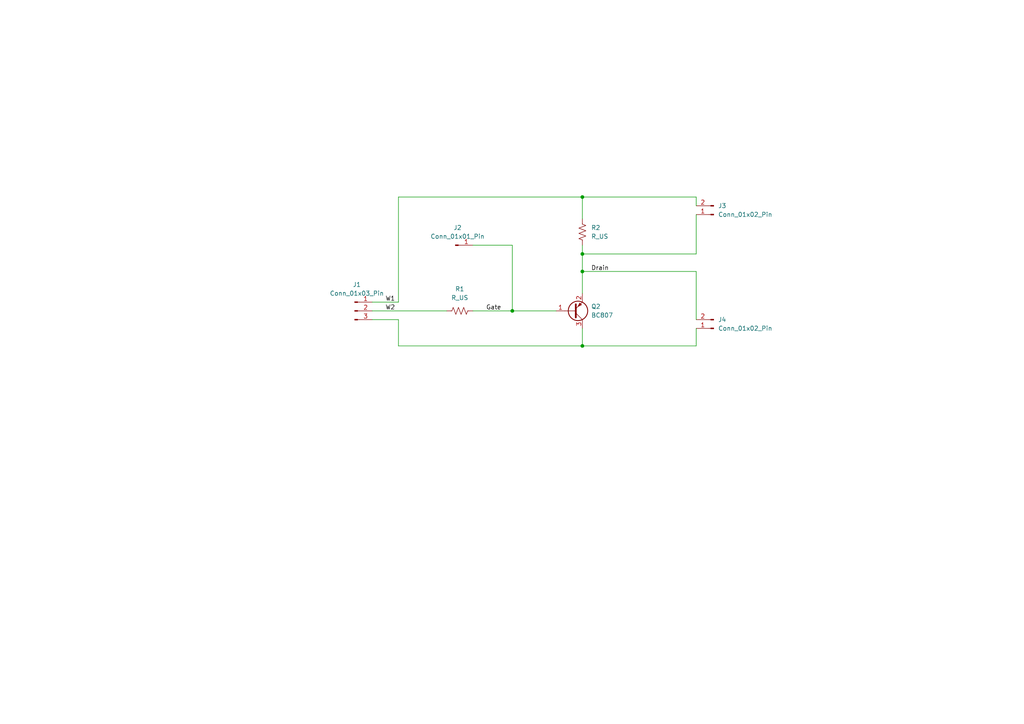
<source format=kicad_sch>
(kicad_sch (version 20250114) (generator "eeschema") (generator_version "9.0")
  (paper "A4")
  (lib_symbols
    (symbol "Connector:Conn_01x01_Pin" (pin_names (offset 1.016) (hide yes))
      (property "Reference" "J" (at 0 2.54 0))
      (property "Value" "Conn_01x01_Pin" (at 0 -2.54 0))
      (symbol "Conn_01x01_Pin_1_1"
        (rectangle (start 0.8636 0.127) (end 0 -0.127) (stroke (width 0.1524)) (fill (type outline)))
        (polyline (pts (xy 1.27 0) (xy 0.8636 0)) (stroke (width 0.1524)))
        (pin passive line (at 5.08 0 180) (length 3.81) (name "Pin_1") (number "1"))
      )
    )
    (symbol "Connector:Conn_01x02_Pin" (pin_names (offset 1.016) (hide yes))
      (property "Reference" "J" (at 0 2.54 0))
      (property "Value" "Conn_01x02_Pin" (at 0 -5.08 0))
      (symbol "Conn_01x02_Pin_1_1"
        (rectangle (start 0.8636 0.127) (end 0 -0.127) (stroke (width 0.1524)) (fill (type outline)))
        (rectangle (start 0.8636 -2.413) (end 0 -2.667) (stroke (width 0.1524)) (fill (type outline)))
        (polyline (pts (xy 1.27 0) (xy 0.8636 0)) (stroke (width 0.1524)))
        (polyline (pts (xy 1.27 -2.54) (xy 0.8636 -2.54)) (stroke (width 0.1524)))
        (pin passive line (at 5.08 0 180) (length 3.81) (name "Pin_1") (number "1"))
        (pin passive line (at 5.08 -2.54 180) (length 3.81) (name "Pin_2") (number "2"))
      )
    )
    (symbol "Connector:Conn_01x03_Pin" (pin_names (offset 1.016) (hide yes))
      (property "Reference" "J" (at 0 5.08 0))
      (property "Value" "Conn_01x03_Pin" (at 0 -5.08 0))
      (symbol "Conn_01x03_Pin_1_1"
        (rectangle (start 0.8636 2.667) (end 0 2.413) (stroke (width 0.1524)) (fill (type outline)))
        (rectangle (start 0.8636 0.127) (end 0 -0.127) (stroke (width 0.1524)) (fill (type outline)))
        (rectangle (start 0.8636 -2.413) (end 0 -2.667) (stroke (width 0.1524)) (fill (type outline)))
        (polyline (pts (xy 1.27 2.54) (xy 0.8636 2.54)) (stroke (width 0.1524)))
        (polyline (pts (xy 1.27 0) (xy 0.8636 0)) (stroke (width 0.1524)))
        (polyline (pts (xy 1.27 -2.54) (xy 0.8636 -2.54)) (stroke (width 0.1524)))
        (pin passive line (at 5.08 2.54 180) (length 3.81) (name "Pin_1") (number "1"))
        (pin passive line (at 5.08 0 180) (length 3.81) (name "Pin_2") (number "2"))
        (pin passive line (at 5.08 -2.54 180) (length 3.81) (name "Pin_3") (number "3"))
      )
    )
    (symbol "Device:R_US" (pin_numbers (hide yes)) (pin_names (offset 0))
      (property "Reference" "R" (at 2.54 0 90))
      (property "Value" "R_US" (at -2.54 0 90))
      (symbol "R_US_0_1"
        (polyline (pts (xy 0 2.286) (xy 0 2.54)))
        (polyline (pts (xy 0 2.286) (xy 1.016 1.905) (xy 0 1.524) (xy -1.016 1.143) (xy 0 0.762)))
        (polyline (pts (xy 0 0.762) (xy 1.016 0.381) (xy 0 0) (xy -1.016 -0.381) (xy 0 -0.762)))
        (polyline (pts (xy 0 -0.762) (xy 1.016 -1.143) (xy 0 -1.524) (xy -1.016 -1.905) (xy 0 -2.286)))
        (polyline (pts (xy 0 -2.286) (xy 0 -2.54)))
      )
      (symbol "R_US_1_1"
        (pin passive line (at 0 3.81 270) (length 1.27) (name "~") (number "1"))
        (pin passive line (at 0 -3.81 90) (length 1.27) (name "~") (number "2"))
      )
    )
    (symbol "Transistor_BJT:BC807" (pin_names (offset 0) (hide yes))
      (property "Reference" "Q" (at 5.08 1.905 0))
      (property "Value" "BC807" (at 5.08 0 0))
      (symbol "BC807_0_1"
        (polyline (pts (xy -2.54 0) (xy 0.635 0)))
        (polyline (pts (xy 0.635 1.905) (xy 0.635 -1.905)) (stroke (width 0.508)))
        (polyline (pts (xy 0.635 0.635) (xy 2.54 2.54)))
        (polyline (pts (xy 0.635 -0.635) (xy 2.54 -2.54)))
        (circle (center 1.27 0) (radius 2.8194) (stroke (width 0.254)))
        (polyline (pts (xy 2.286 -1.778) (xy 1.778 -2.286) (xy 1.27 -1.27) (xy 2.286 -1.778)) (fill (type outline)))
      )
      (symbol "BC807_1_1"
        (pin input line (at -5.08 0 0) (length 2.54) (name "B") (number "1"))
        (pin passive line (at 2.54 5.08 270) (length 2.54) (name "C") (number "3"))
        (pin passive line (at 2.54 -5.08 90) (length 2.54) (name "E") (number "2"))
      )
    )
  )
  (junction (at 168.91 57.15))
  (junction (at 168.91 100.33))
  (junction (at 148.59 90.17))
  (junction (at 168.91 78.74))
  (junction (at 168.91 73.66))
  (wire (pts (xy 168.91 100.33) (xy 201.93 100.33)))
  (wire (pts (xy 168.91 100.33) (xy 115.57 100.33)))
  (wire (pts (xy 148.59 90.17) (xy 148.59 71.12)))
  (wire (pts (xy 115.57 87.63) (xy 107.95 87.63)))
  (wire (pts (xy 115.57 100.33) (xy 115.57 92.71)))
  (wire (pts (xy 148.59 71.12) (xy 137.16 71.12)))
  (wire (pts (xy 168.91 71.12) (xy 168.91 73.66)))
  (wire (pts (xy 168.91 95.25) (xy 168.91 100.33)))
  (wire (pts (xy 168.91 57.15) (xy 201.93 57.15)))
  (wire (pts (xy 115.57 57.15) (xy 115.57 87.63)))
  (wire (pts (xy 201.93 73.66) (xy 201.93 62.23)))
  (wire (pts (xy 168.91 57.15) (xy 115.57 57.15)))
  (wire (pts (xy 168.91 73.66) (xy 201.93 73.66)))
  (wire (pts (xy 201.93 100.33) (xy 201.93 95.25)))
  (wire (pts (xy 168.91 78.74) (xy 201.93 78.74)))
  (wire (pts (xy 168.91 73.66) (xy 168.91 78.74)))
  (wire (pts (xy 168.91 78.74) (xy 168.91 85.09)))
  (wire (pts (xy 137.16 90.17) (xy 148.59 90.17)))
  (wire (pts (xy 201.93 78.74) (xy 201.93 92.71)))
  (wire (pts (xy 115.57 92.71) (xy 107.95 92.71)))
  (wire (pts (xy 107.95 90.17) (xy 129.54 90.17)))
  (wire (pts (xy 148.59 90.17) (xy 161.29 90.17)))
  (wire (pts (xy 201.93 57.15) (xy 201.93 59.69)))
  (wire (pts (xy 168.91 63.5) (xy 168.91 57.15)))
  (label "Drain" (at 171.45 78.74 0))
  (label "Gate" (at 140.97 90.17 0))
  (label "W1" (at 111.76 87.63 0))
  (label "W2" (at 111.76 90.17 0))
  (symbol (lib_id "Connector:Conn_01x02_Pin") (at 207.01 95.25 180) (unit 1)
    (property "Reference" "J4" (at 208.28 92.7099 0) (effects (justify right)))
    (property "Value" "Conn_01x02_Pin" (at 208.28 95.2499 0) (effects (justify right)))
    (property "Footprint" "Connector_PinHeader_2.00mm:PinHeader_1x02_P2.00mm_Vertical" (effects (hide yes)))
    (property "Description" "Generic connector, single row, 01x02, script generated" (effects (hide yes)))
  )
  (symbol (lib_id "Device:R_US") (at 168.91 67.31 0) (unit 1)
    (property "Reference" "R2" (at 171.45 66.0399 0) (effects (justify left)))
    (property "Value" "R_US" (at 171.45 68.5799 0) (effects (justify left)))
    (property "Footprint" "Resistor_SMD:R_0603_1608Metric_Pad0.98x0.95mm_HandSolder" (effects (hide yes)))
    (property "Description" "Resistor, US symbol" (effects (hide yes)))
  )
  (symbol (lib_id "Device:R_US") (at 133.35 90.17 90) (unit 1)
    (property "Reference" "R1" (at 133.35 83.82 90))
    (property "Value" "R_US" (at 133.35 86.36 90))
    (property "Footprint" "Resistor_SMD:R_0603_1608Metric_Pad0.98x0.95mm_HandSolder" (effects (hide yes)))
    (property "Description" "Resistor, US symbol" (effects (hide yes)))
  )
  (symbol (lib_id "Connector:Conn_01x03_Pin") (at 102.87 90.17 0) (unit 1)
    (property "Reference" "J1" (at 103.505 82.55 0))
    (property "Value" "Conn_01x03_Pin" (at 103.505 85.09 0))
    (property "Footprint" "Connector_PinHeader_2.00mm:PinHeader_1x03_P2.00mm_Vertical" (effects (hide yes)))
    (property "Description" "Generic connector, single row, 01x03, script generated" (effects (hide yes)))
  )
  (symbol (lib_id "Connector:Conn_01x02_Pin") (at 207.01 62.23 180) (unit 1)
    (property "Reference" "J3" (at 208.28 59.6899 0) (effects (justify right)))
    (property "Value" "Conn_01x02_Pin" (at 208.28 62.2299 0) (effects (justify right)))
    (property "Footprint" "Connector_PinHeader_2.00mm:PinHeader_1x02_P2.00mm_Vertical" (effects (hide yes)))
    (property "Description" "Generic connector, single row, 01x02, script generated" (effects (hide yes)))
  )
  (symbol (lib_id "Connector:Conn_01x01_Pin") (at 132.08 71.12 0) (unit 1)
    (property "Reference" "J2" (at 132.715 66.04 0))
    (property "Value" "Conn_01x01_Pin" (at 132.715 68.58 0))
    (property "Footprint" "Connector_PinHeader_2.00mm:PinHeader_1x01_P2.00mm_Vertical" (effects (hide yes)))
    (property "Description" "Generic connector, single row, 01x01, script generated" (effects (hide yes)))
  )
  (symbol (lib_id "Transistor_BJT:BC807") (at 166.37 90.17 0) (mirror x) (unit 1)
    (property "Reference" "Q2" (at 171.45 88.8999 0) (effects (justify left)))
    (property "Value" "BC807" (at 171.45 91.4399 0) (effects (justify left)))
    (property "Footprint" "Package_TO_SOT_SMD:SOT-23" (effects (hide yes)))
    (property "Datasheet" "https://www.onsemi.com/pub/Collateral/BC808-D.pdf" (effects (hide yes)))
    (property "Description" "0.8A Ic, 45V Vce, PNP Transistor, SOT-23" (effects (hide yes)))
  )
)
</source>
